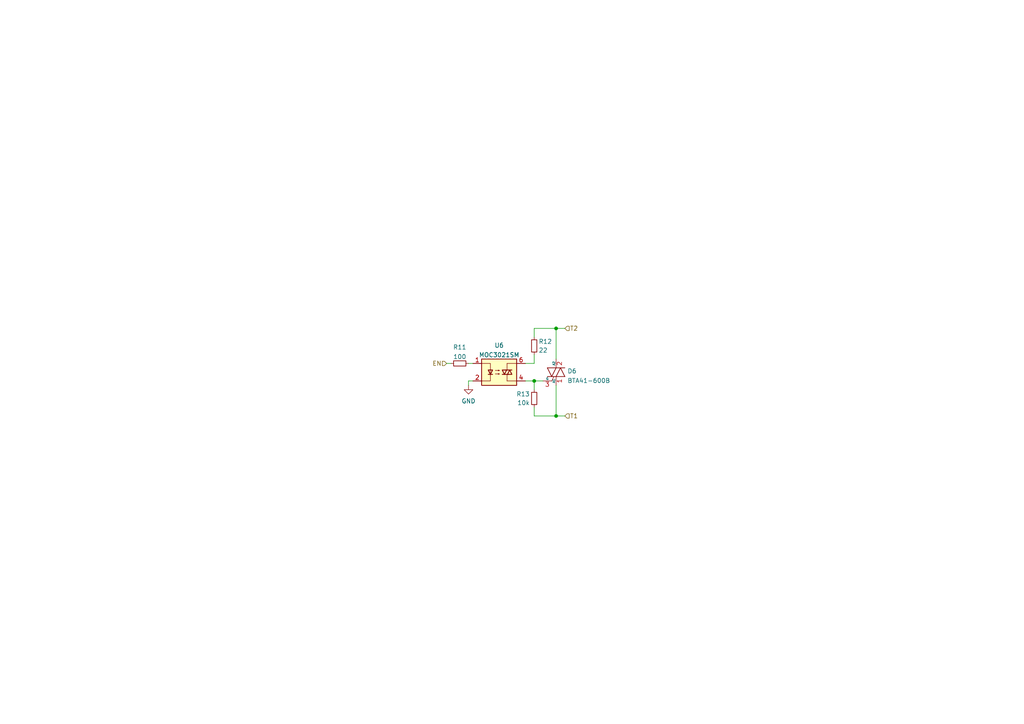
<source format=kicad_sch>
(kicad_sch (version 20211123) (generator eeschema)
  (paper "A4")
  (lib_symbols
    (symbol "Device:Q_TRIAC_A1A2G" (pin_names (offset 0))
      (property "Reference" "D" (at 3.175 0.635 0))
      (property "Value" "Q_TRIAC_A1A2G" (at 3.175 -1.27 0))
      (symbol "Q_TRIAC_A1A2G_0_1"
        (polyline (pts (xy -2.54 -1.27) (xy 2.54 -1.27)) (stroke (width 0.2032)))
        (polyline (pts (xy -2.54 1.27) (xy 2.54 1.27)) (stroke (width 0.2032)))
        (polyline (pts (xy -1.27 -2.54) (xy -0.635 -1.27)))
        (polyline (pts (xy -2.54 1.27) (xy -1.27 -1.27) (xy 0 1.27)) (stroke (width 0.2032)))
        (polyline (pts (xy 0 -1.27) (xy 1.27 1.27) (xy 2.54 -1.27)) (stroke (width 0.2032)))
      )
      (symbol "Q_TRIAC_A1A2G_1_1"
        (pin passive line (at 0 -3.81 90) (length 2.54) (name "A1") (number "1"))
        (pin passive line (at 0 3.81 270) (length 2.54) (name "A2") (number "2"))
        (pin input line (at -3.81 -2.54 0) (length 2.54) (name "G") (number "3"))
      )
    )
    (symbol "Device:R_Small" (pin_numbers hide) (pin_names (offset 0.254) hide)
      (property "Reference" "R" (at 0.762 0.508 0))
      (property "Value" "R_Small" (at 0.762 -1.016 0))
      (symbol "R_Small_0_1"
        (rectangle (start -0.762 1.778) (end 0.762 -1.778) (stroke (width 0.2032)))
      )
      (symbol "R_Small_1_1"
        (pin passive line (at 0 2.54 270) (length 0.762) (name "~") (number "1"))
        (pin passive line (at 0 -2.54 90) (length 0.762) (name "~") (number "2"))
      )
    )
    (symbol "Isolator:TLP3021" (pin_names (offset 1.016))
      (property "Reference" "U" (at -5.08 5.08 0))
      (property "Value" "TLP3021" (at 0 5.08 0))
      (symbol "TLP3021_0_1"
        (rectangle (start -5.08 3.81) (end 5.08 -3.81) (stroke (width 0.254)) (fill (type background)))
        (polyline (pts (xy -3.175 -0.635) (xy -1.905 -0.635)) (stroke (width 0.254)))
        (polyline (pts (xy 1.905 0.635) (xy 3.683 0.635)) (stroke (width 0.254)))
        (polyline (pts (xy 2.286 -2.54) (xy 2.286 -0.635)))
        (polyline (pts (xy 2.286 -2.54) (xy 5.08 -2.54)))
        (polyline (pts (xy 2.286 2.54) (xy 2.286 0.635)))
        (polyline (pts (xy 2.286 2.54) (xy 5.08 2.54)))
        (polyline (pts (xy 2.667 -0.635) (xy 0.889 -0.635)) (stroke (width 0.254)))
        (polyline (pts (xy -5.08 2.54) (xy -2.54 2.54) (xy -2.54 0.635)))
        (polyline (pts (xy -2.54 0.762) (xy -2.54 -2.54) (xy -5.08 -2.54)))
        (polyline (pts (xy -2.54 -0.635) (xy -3.175 0.635) (xy -1.905 0.635) (xy -2.54 -0.635)) (stroke (width 0.254)))
        (polyline (pts (xy 1.524 -0.635) (xy 2.159 0.635) (xy 0.889 0.635) (xy 1.524 -0.635)) (stroke (width 0.254)))
        (polyline (pts (xy 3.048 0.635) (xy 2.413 -0.635) (xy 3.683 -0.635) (xy 3.048 0.635)) (stroke (width 0.254)))
        (polyline (pts (xy -1.143 -0.508) (xy 0.127 -0.508) (xy -0.254 -0.635) (xy -0.254 -0.381) (xy 0.127 -0.508)))
        (polyline (pts (xy -1.143 0.508) (xy 0.127 0.508) (xy -0.254 0.381) (xy -0.254 0.635) (xy 0.127 0.508)))
      )
      (symbol "TLP3021_1_1"
        (pin passive line (at -7.62 2.54 0) (length 2.54) (name "~") (number "1"))
        (pin passive line (at -7.62 -2.54 0) (length 2.54) (name "~") (number "2"))
        (pin no_connect line (at -5.08 0 0) (length 2.54) hide (name "NC") (number "3"))
        (pin passive line (at 7.62 -2.54 180) (length 2.54) (name "~") (number "4"))
        (pin passive line (at 7.62 2.54 180) (length 2.54) (name "~") (number "6"))
      )
    )
    (symbol "power:GND" (power) (pin_names (offset 0))
      (property "Value" "GND" (at 0 -3.81 0))
      (symbol "GND_0_1"
        (polyline (pts (xy 0 0) (xy 0 -1.27) (xy 1.27 -1.27) (xy 0 -2.54) (xy -1.27 -1.27) (xy 0 -1.27)))
      )
      (symbol "GND_1_1"
        (pin power_in line (at 0 0 270) (length 0) hide (name "GND") (number "1"))
      )
    )
  )
  (junction (at 161.29 95.25))
  (junction (at 161.29 120.65))
  (junction (at 154.94 110.49))
  (wire (pts (xy 154.94 105.41) (xy 154.94 102.87)))
  (wire (pts (xy 154.94 120.65) (xy 161.29 120.65)))
  (wire (pts (xy 161.29 104.14) (xy 161.29 95.25)))
  (wire (pts (xy 135.89 105.41) (xy 137.16 105.41)))
  (wire (pts (xy 161.29 95.25) (xy 163.83 95.25)))
  (wire (pts (xy 135.89 111.76) (xy 135.89 110.49)))
  (wire (pts (xy 154.94 95.25) (xy 161.29 95.25)))
  (wire (pts (xy 161.29 111.76) (xy 161.29 120.65)))
  (wire (pts (xy 154.94 110.49) (xy 157.48 110.49)))
  (wire (pts (xy 152.4 105.41) (xy 154.94 105.41)))
  (wire (pts (xy 154.94 97.79) (xy 154.94 95.25)))
  (wire (pts (xy 129.54 105.41) (xy 130.81 105.41)))
  (wire (pts (xy 135.89 110.49) (xy 137.16 110.49)))
  (wire (pts (xy 152.4 110.49) (xy 154.94 110.49)))
  (wire (pts (xy 161.29 120.65) (xy 163.83 120.65)))
  (wire (pts (xy 154.94 110.49) (xy 154.94 113.03)))
  (wire (pts (xy 154.94 118.11) (xy 154.94 120.65)))
  (hierarchical_label "T2" (shape input) (at 163.83 95.25 0))
  (hierarchical_label "T1" (shape input) (at 163.83 120.65 0))
  (hierarchical_label "EN" (shape input) (at 129.54 105.41 180))
  (symbol (lib_id "Device:R_Small") (at 154.94 100.33 0)
    (property "Reference" "R12" (at 156.21 99.06 0) (effects (justify left)))
    (property "Value" "22" (at 156.21 101.6 0) (effects (justify left)))
    (property "Footprint" "Resistor_SMD:R_0603_1608Metric" (effects hide))
  )
  (symbol (lib_id "power:GND") (at 135.89 111.76 0)
    (property "Reference" "#PWR035" (effects hide))
    (property "Value" "GND" (at 135.89 116.3225 0))
  )
  (symbol (lib_id "Isolator:TLP3021") (at 144.78 107.95 0)
    (property "Reference" "U6" (at 144.78 100.1735 0))
    (property "Value" "MOC3021SM" (at 144.78 102.9486 0))
    (property "Footprint" "Package_DIP:SMDIP-6_W9.53mm_Clearance8mm" (effects hide))
    (property "Datasheet" "https://toshiba.semicon-storage.com/info/docget.jsp?did=1421&prodName=TLP3021(S)" (effects hide))
  )
  (symbol (lib_id "Device:R_Small") (at 154.94 115.57 0) (mirror y)
    (property "Reference" "R13" (at 153.67 114.3 0) (effects (justify left)))
    (property "Value" "10k" (at 153.67 116.84 0) (effects (justify left)))
    (property "Footprint" "Resistor_SMD:R_0603_1608Metric" (effects hide))
  )
  (symbol (lib_id "Device:R_Small") (at 133.35 105.41 90)
    (property "Reference" "R11" (at 133.35 100.7069 90))
    (property "Value" "100" (at 133.35 103.482 90))
    (property "Footprint" "Resistor_SMD:R_0603_1608Metric" (effects hide))
  )
  (symbol (lib_id "Device:Q_TRIAC_A1A2G") (at 161.29 107.95 0)
    (property "Reference" "D6" (at 164.5666 107.6257 0) (effects (justify left)))
    (property "Value" "BTA41-600B" (at 164.5666 110.4008 0) (effects (justify left)))
    (property "Footprint" "Package_TO_SOT_THT:TO-3P-3_Horizontal_TabDown" (effects hide))
  )
)
</source>
